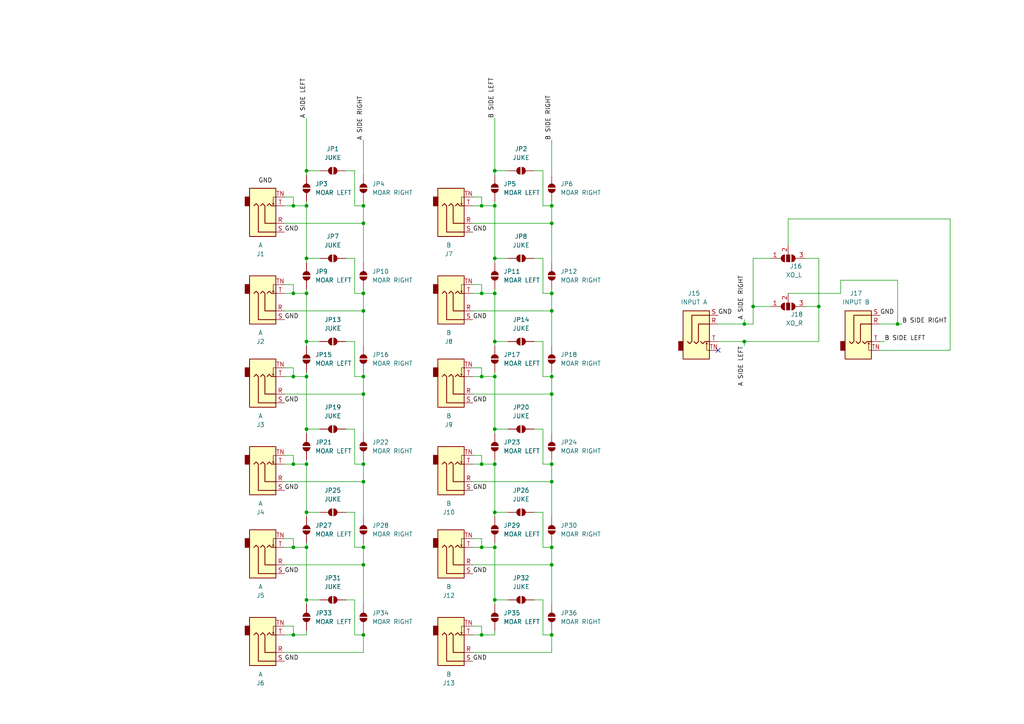
<source format=kicad_sch>
(kicad_sch (version 20231120) (generator "eeschema") (generator_version "8.0")
  (paper "A4")
  (title_block (title "Superstitious Acrobat") (rev "1.0") (company "velvia-fifty") (comment 1 "https://github.com/velvia-fifty/AudioThings") (comment 2 "You should have changed this already :)") (comment 4 "Stay humble"))
  (lib_symbols
    (symbol "Connector_Audio:AudioJack3_SwitchT"
      (property "Reference" "J" (at 0 8.89 0))
      (property "Value" "AudioJack3_SwitchT" (at 0 6.35 0))
      (symbol "AudioJack3_SwitchT_0_1"
        (rectangle (start -5.08 -5.08) (end -6.35 -7.62) (stroke (width 0.254)) (fill (type outline)))
        (polyline (pts (xy 1.778 -5.334) (xy 2.032 -5.842)))
        (polyline (pts (xy 0 -5.08) (xy 0.635 -5.715) (xy 1.27 -5.08) (xy 2.54 -5.08)) (stroke (width 0.254)))
        (polyline (pts (xy 2.54 -7.62) (xy 1.778 -7.62) (xy 1.778 -5.334) (xy 1.524 -5.842)))
        (polyline (pts (xy -1.905 -5.08) (xy -1.27 -5.715) (xy -0.635 -5.08) (xy -0.635 0) (xy 2.54 0)) (stroke (width 0.254)))
        (polyline (pts (xy 2.54 2.54) (xy -2.54 2.54) (xy -2.54 -5.08) (xy -3.175 -5.715) (xy -3.81 -5.08)) (stroke (width 0.254)))
        (rectangle (start 2.54 3.81) (end -5.08 -10.16) (stroke (width 0.254)) (fill (type background)))
      )
      (symbol "AudioJack3_SwitchT_1_1"
        (pin passive line (at 5.08 0 180) (length 2.54) (name "~") (number "R"))
        (pin passive line (at 5.08 2.54 180) (length 2.54) (name "~") (number "S"))
        (pin passive line (at 5.08 -5.08 180) (length 2.54) (name "~") (number "T"))
        (pin passive line (at 5.08 -7.62 180) (length 2.54) (name "~") (number "TN"))
      )
    )
    (symbol "Jumper:SolderJumper_2_Open" (pin_numbers hide) (pin_names (offset 0) hide) (exclude_from_sim yes) (in_bom no)
      (property "Reference" "JP" (at 0 2.032 0))
      (property "Value" "SolderJumper_2_Open" (at 0 -2.54 0))
      (symbol "SolderJumper_2_Open_0_1"
        (arc (start -0.254 1.016) (mid -1.2656 0) (end -0.254 -1.016))
        (arc (start -0.254 1.016) (mid -1.2656 0) (end -0.254 -1.016) (fill (type outline)))
        (polyline (pts (xy -0.254 1.016) (xy -0.254 -1.016)))
        (polyline (pts (xy 0.254 1.016) (xy 0.254 -1.016)))
        (arc (start 0.254 -1.016) (mid 1.2656 0) (end 0.254 1.016))
        (arc (start 0.254 -1.016) (mid 1.2656 0) (end 0.254 1.016) (fill (type outline)))
      )
      (symbol "SolderJumper_2_Open_1_1"
        (pin passive line (at -3.81 0 0) (length 2.54) (name "A") (number "1"))
        (pin passive line (at 3.81 0 180) (length 2.54) (name "B") (number "2"))
      )
    )
    (symbol "Jumper:SolderJumper_3_Open" (pin_names (offset 0) hide) (exclude_from_sim yes) (in_bom no)
      (property "Reference" "JP" (at -2.54 -2.54 0))
      (property "Value" "SolderJumper_3_Open" (at 0 2.794 0))
      (symbol "SolderJumper_3_Open_0_1"
        (arc (start -1.016 1.016) (mid -2.0276 0) (end -1.016 -1.016))
        (arc (start -1.016 1.016) (mid -2.0276 0) (end -1.016 -1.016) (fill (type outline)))
        (rectangle (start -0.508 1.016) (end 0.508 -1.016) (fill (type outline)))
        (polyline (pts (xy -2.54 0) (xy -2.032 0)))
        (polyline (pts (xy -1.016 1.016) (xy -1.016 -1.016)))
        (polyline (pts (xy 0 -1.27) (xy 0 -1.016)))
        (polyline (pts (xy 1.016 1.016) (xy 1.016 -1.016)))
        (polyline (pts (xy 2.54 0) (xy 2.032 0)))
        (arc (start 1.016 -1.016) (mid 2.0276 0) (end 1.016 1.016))
        (arc (start 1.016 -1.016) (mid 2.0276 0) (end 1.016 1.016) (fill (type outline)))
      )
      (symbol "SolderJumper_3_Open_1_1"
        (pin passive line (at -5.08 0 0) (length 2.54) (name "A") (number "1"))
        (pin passive line (at 0 -3.81 90) (length 2.54) (name "C") (number "2"))
        (pin passive line (at 5.08 0 180) (length 2.54) (name "B") (number "3"))
      )
    )
  )
  (junction (at 139.7 134.62))
  (junction (at 105.41 64.77))
  (junction (at 143.51 74.93))
  (junction (at 85.09 134.62))
  (junction (at 160.02 109.22))
  (junction (at 88.9 109.22))
  (junction (at 160.02 59.69))
  (junction (at 88.9 158.75))
  (junction (at 143.51 109.22))
  (junction (at 88.9 173.99))
  (junction (at 139.7 85.09))
  (junction (at 88.9 148.59))
  (junction (at 85.09 85.09))
  (junction (at 139.7 109.22))
  (junction (at 139.7 158.75))
  (junction (at 160.02 139.7))
  (junction (at 88.9 74.93))
  (junction (at 160.02 90.17))
  (junction (at 105.41 59.69))
  (junction (at 160.02 114.3))
  (junction (at 105.41 158.75))
  (junction (at 143.51 99.06))
  (junction (at 143.51 148.59))
  (junction (at 160.02 64.77))
  (junction (at 139.7 59.69))
  (junction (at 143.51 49.53))
  (junction (at 160.02 85.09))
  (junction (at 260.35 93.98))
  (junction (at 160.02 134.62))
  (junction (at 88.9 85.09))
  (junction (at 143.51 158.75))
  (junction (at 143.51 59.69))
  (junction (at 218.44 88.9))
  (junction (at 85.09 184.15))
  (junction (at 88.9 59.69))
  (junction (at 105.41 85.09))
  (junction (at 105.41 90.17))
  (junction (at 143.51 85.09))
  (junction (at 88.9 124.46))
  (junction (at 143.51 173.99))
  (junction (at 85.09 59.69))
  (junction (at 105.41 134.62))
  (junction (at 139.7 184.15))
  (junction (at 237.49 88.9))
  (junction (at 215.9 99.06))
  (junction (at 105.41 109.22))
  (junction (at 160.02 163.83))
  (junction (at 160.02 184.15))
  (junction (at 105.41 163.83))
  (junction (at 143.51 134.62))
  (junction (at 88.9 49.53))
  (junction (at 85.09 109.22))
  (junction (at 105.41 114.3))
  (junction (at 85.09 158.75))
  (junction (at 105.41 139.7))
  (junction (at 88.9 99.06))
  (junction (at 88.9 134.62))
  (junction (at 143.51 124.46))
  (junction (at 105.41 184.15))
  (junction (at 160.02 158.75))
  (junction (at 215.9 93.98))
  (no_connect (at 208.28 101.6))
  (wire (pts (xy 143.51 134.62) (xy 143.51 148.59)))
  (wire (pts (xy 105.41 114.3) (xy 105.41 125.73)))
  (wire (pts (xy 85.09 184.15) (xy 88.9 184.15)))
  (wire (pts (xy 139.7 59.69) (xy 143.51 59.69)))
  (wire (pts (xy 228.6 63.5) (xy 275.59 63.5)))
  (wire (pts (xy 105.41 114.3) (xy 105.41 109.22)))
  (wire (pts (xy 143.51 49.53) (xy 147.32 49.53)))
  (wire (pts (xy 88.9 124.46) (xy 88.9 125.73)))
  (wire (pts (xy 105.41 134.62) (xy 105.41 133.35)))
  (wire (pts (xy 100.33 49.53) (xy 102.87 49.53)))
  (wire (pts (xy 88.9 34.29) (xy 88.9 49.53)))
  (wire (pts (xy 139.7 85.09) (xy 143.51 85.09)))
  (wire (pts (xy 160.02 59.69) (xy 160.02 58.42)))
  (wire (pts (xy 139.7 106.68) (xy 139.7 109.22)))
  (wire (pts (xy 82.55 57.15) (xy 85.09 57.15)))
  (wire (pts (xy 88.9 124.46) (xy 92.71 124.46)))
  (wire (pts (xy 88.9 74.93) (xy 88.9 76.2)))
  (wire (pts (xy 160.02 40.64) (xy 160.02 50.8)))
  (wire (pts (xy 88.9 59.69) (xy 88.9 74.93)))
  (wire (pts (xy 102.87 109.22) (xy 105.41 109.22)))
  (wire (pts (xy 88.9 49.53) (xy 88.9 50.8)))
  (wire (pts (xy 157.48 99.06) (xy 157.48 109.22)))
  (wire (pts (xy 137.16 134.62) (xy 139.7 134.62)))
  (wire (pts (xy 160.02 158.75) (xy 160.02 157.48)))
  (wire (pts (xy 88.9 158.75) (xy 88.9 173.99)))
  (wire (pts (xy 88.9 109.22) (xy 88.9 124.46)))
  (wire (pts (xy 137.16 114.3) (xy 160.02 114.3)))
  (wire (pts (xy 143.51 34.29) (xy 143.51 49.53)))
  (wire (pts (xy 218.44 74.93) (xy 218.44 88.9)))
  (wire (pts (xy 275.59 63.5) (xy 275.59 101.6)))
  (wire (pts (xy 105.41 139.7) (xy 105.41 149.86)))
  (wire (pts (xy 139.7 158.75) (xy 143.51 158.75)))
  (wire (pts (xy 218.44 88.9) (xy 218.44 93.98)))
  (wire (pts (xy 105.41 163.83) (xy 105.41 175.26)))
  (wire (pts (xy 105.41 163.83) (xy 105.41 158.75)))
  (wire (pts (xy 228.6 63.5) (xy 228.6 71.12)))
  (wire (pts (xy 105.41 64.77) (xy 105.41 76.2)))
  (wire (pts (xy 88.9 173.99) (xy 92.71 173.99)))
  (wire (pts (xy 275.59 101.6) (xy 255.27 101.6)))
  (wire (pts (xy 143.51 99.06) (xy 147.32 99.06)))
  (wire (pts (xy 237.49 88.9) (xy 237.49 99.06)))
  (wire (pts (xy 88.9 83.82) (xy 88.9 85.09)))
  (wire (pts (xy 139.7 134.62) (xy 143.51 134.62)))
  (wire (pts (xy 85.09 134.62) (xy 88.9 134.62)))
  (wire (pts (xy 85.09 85.09) (xy 88.9 85.09)))
  (wire (pts (xy 139.7 184.15) (xy 143.51 184.15)))
  (wire (pts (xy 143.51 173.99) (xy 147.32 173.99)))
  (wire (pts (xy 88.9 158.75) (xy 88.9 157.48)))
  (wire (pts (xy 137.16 57.15) (xy 139.7 57.15)))
  (wire (pts (xy 143.51 109.22) (xy 143.51 124.46)))
  (wire (pts (xy 143.51 173.99) (xy 143.51 175.26)))
  (wire (pts (xy 137.16 59.69) (xy 139.7 59.69)))
  (wire (pts (xy 143.51 74.93) (xy 147.32 74.93)))
  (wire (pts (xy 82.55 181.61) (xy 85.09 181.61)))
  (wire (pts (xy 88.9 134.62) (xy 88.9 148.59)))
  (wire (pts (xy 215.9 100.33) (xy 215.9 99.06)))
  (wire (pts (xy 157.48 148.59) (xy 157.48 158.75)))
  (wire (pts (xy 100.33 74.93) (xy 102.87 74.93)))
  (wire (pts (xy 243.84 81.28) (xy 260.35 81.28)))
  (wire (pts (xy 260.35 93.98) (xy 261.62 93.98)))
  (wire (pts (xy 137.16 85.09) (xy 139.7 85.09)))
  (wire (pts (xy 157.48 109.22) (xy 160.02 109.22)))
  (wire (pts (xy 157.48 59.69) (xy 160.02 59.69)))
  (wire (pts (xy 82.55 156.21) (xy 85.09 156.21)))
  (wire (pts (xy 137.16 163.83) (xy 160.02 163.83)))
  (wire (pts (xy 88.9 148.59) (xy 88.9 149.86)))
  (wire (pts (xy 102.87 134.62) (xy 105.41 134.62)))
  (wire (pts (xy 154.94 99.06) (xy 157.48 99.06)))
  (wire (pts (xy 82.55 158.75) (xy 85.09 158.75)))
  (wire (pts (xy 218.44 88.9) (xy 223.52 88.9)))
  (wire (pts (xy 102.87 99.06) (xy 102.87 109.22)))
  (wire (pts (xy 82.55 163.83) (xy 105.41 163.83)))
  (wire (pts (xy 143.51 184.15) (xy 143.51 182.88)))
  (wire (pts (xy 139.7 57.15) (xy 139.7 59.69)))
  (wire (pts (xy 102.87 85.09) (xy 105.41 85.09)))
  (wire (pts (xy 85.09 132.08) (xy 85.09 134.62)))
  (wire (pts (xy 157.48 74.93) (xy 157.48 85.09)))
  (wire (pts (xy 137.16 109.22) (xy 139.7 109.22)))
  (wire (pts (xy 160.02 114.3) (xy 160.02 109.22)))
  (wire (pts (xy 82.55 90.17) (xy 105.41 90.17)))
  (wire (pts (xy 88.9 85.09) (xy 88.9 99.06)))
  (wire (pts (xy 143.51 148.59) (xy 143.51 149.86)))
  (wire (pts (xy 102.87 124.46) (xy 102.87 134.62)))
  (wire (pts (xy 105.41 90.17) (xy 105.41 100.33)))
  (wire (pts (xy 160.02 64.77) (xy 160.02 76.2)))
  (wire (pts (xy 137.16 64.77) (xy 160.02 64.77)))
  (wire (pts (xy 100.33 99.06) (xy 102.87 99.06)))
  (wire (pts (xy 139.7 181.61) (xy 139.7 184.15)))
  (wire (pts (xy 102.87 59.69) (xy 105.41 59.69)))
  (wire (pts (xy 82.55 85.09) (xy 85.09 85.09)))
  (wire (pts (xy 160.02 90.17) (xy 160.02 100.33)))
  (wire (pts (xy 137.16 181.61) (xy 139.7 181.61)))
  (wire (pts (xy 137.16 106.68) (xy 139.7 106.68)))
  (wire (pts (xy 143.51 99.06) (xy 143.51 100.33)))
  (wire (pts (xy 82.55 109.22) (xy 85.09 109.22)))
  (wire (pts (xy 105.41 64.77) (xy 105.41 59.69)))
  (wire (pts (xy 88.9 74.93) (xy 92.71 74.93)))
  (wire (pts (xy 88.9 59.69) (xy 88.9 58.42)))
  (wire (pts (xy 85.09 158.75) (xy 88.9 158.75)))
  (wire (pts (xy 100.33 124.46) (xy 102.87 124.46)))
  (wire (pts (xy 143.51 124.46) (xy 143.51 125.73)))
  (wire (pts (xy 139.7 109.22) (xy 143.51 109.22)))
  (wire (pts (xy 137.16 90.17) (xy 160.02 90.17)))
  (wire (pts (xy 88.9 49.53) (xy 92.71 49.53)))
  (wire (pts (xy 160.02 163.83) (xy 160.02 158.75)))
  (wire (pts (xy 260.35 81.28) (xy 260.35 93.98)))
  (wire (pts (xy 105.41 40.64) (xy 105.41 50.8)))
  (wire (pts (xy 143.51 124.46) (xy 147.32 124.46)))
  (wire (pts (xy 157.48 124.46) (xy 157.48 134.62)))
  (wire (pts (xy 82.55 132.08) (xy 85.09 132.08)))
  (wire (pts (xy 137.16 158.75) (xy 139.7 158.75)))
  (wire (pts (xy 85.09 106.68) (xy 85.09 109.22)))
  (wire (pts (xy 157.48 134.62) (xy 160.02 134.62)))
  (wire (pts (xy 143.51 74.93) (xy 143.51 76.2)))
  (wire (pts (xy 154.94 173.99) (xy 157.48 173.99)))
  (wire (pts (xy 137.16 184.15) (xy 139.7 184.15)))
  (wire (pts (xy 82.55 106.68) (xy 85.09 106.68)))
  (wire (pts (xy 85.09 57.15) (xy 85.09 59.69)))
  (wire (pts (xy 105.41 109.22) (xy 105.41 107.95)))
  (wire (pts (xy 139.7 132.08) (xy 139.7 134.62)))
  (wire (pts (xy 154.94 124.46) (xy 157.48 124.46)))
  (wire (pts (xy 88.9 99.06) (xy 92.71 99.06)))
  (wire (pts (xy 143.51 49.53) (xy 143.51 50.8)))
  (wire (pts (xy 143.51 148.59) (xy 147.32 148.59)))
  (wire (pts (xy 143.51 134.62) (xy 143.51 133.35)))
  (wire (pts (xy 102.87 74.93) (xy 102.87 85.09)))
  (wire (pts (xy 243.84 85.09) (xy 243.84 81.28)))
  (wire (pts (xy 105.41 90.17) (xy 105.41 85.09)))
  (wire (pts (xy 157.48 85.09) (xy 160.02 85.09)))
  (wire (pts (xy 215.9 92.71) (xy 215.9 93.98)))
  (wire (pts (xy 223.52 74.93) (xy 218.44 74.93)))
  (wire (pts (xy 88.9 99.06) (xy 88.9 100.33)))
  (wire (pts (xy 105.41 158.75) (xy 105.41 157.48)))
  (wire (pts (xy 237.49 74.93) (xy 237.49 88.9)))
  (wire (pts (xy 160.02 163.83) (xy 160.02 175.26)))
  (wire (pts (xy 160.02 109.22) (xy 160.02 107.95)))
  (wire (pts (xy 105.41 59.69) (xy 105.41 58.42)))
  (wire (pts (xy 143.51 85.09) (xy 143.51 99.06)))
  (wire (pts (xy 157.48 173.99) (xy 157.48 184.15)))
  (wire (pts (xy 218.44 93.98) (xy 215.9 93.98)))
  (wire (pts (xy 82.55 184.15) (xy 85.09 184.15)))
  (wire (pts (xy 82.55 134.62) (xy 85.09 134.62)))
  (wire (pts (xy 85.09 82.55) (xy 85.09 85.09)))
  (wire (pts (xy 82.55 189.23) (xy 105.41 189.23)))
  (wire (pts (xy 105.41 139.7) (xy 105.41 134.62)))
  (wire (pts (xy 143.51 59.69) (xy 143.51 58.42)))
  (wire (pts (xy 154.94 49.53) (xy 157.48 49.53)))
  (wire (pts (xy 82.55 82.55) (xy 85.09 82.55)))
  (wire (pts (xy 160.02 90.17) (xy 160.02 85.09)))
  (wire (pts (xy 160.02 134.62) (xy 160.02 133.35)))
  (wire (pts (xy 137.16 132.08) (xy 139.7 132.08)))
  (wire (pts (xy 105.41 184.15) (xy 105.41 182.88)))
  (wire (pts (xy 100.33 148.59) (xy 102.87 148.59)))
  (wire (pts (xy 160.02 114.3) (xy 160.02 125.73)))
  (wire (pts (xy 160.02 189.23) (xy 160.02 184.15)))
  (wire (pts (xy 102.87 173.99) (xy 102.87 184.15)))
  (wire (pts (xy 139.7 156.21) (xy 139.7 158.75)))
  (wire (pts (xy 143.51 158.75) (xy 143.51 157.48)))
  (wire (pts (xy 85.09 156.21) (xy 85.09 158.75)))
  (wire (pts (xy 82.55 59.69) (xy 85.09 59.69)))
  (wire (pts (xy 208.28 93.98) (xy 215.9 93.98)))
  (wire (pts (xy 88.9 184.15) (xy 88.9 182.88)))
  (wire (pts (xy 157.48 49.53) (xy 157.48 59.69)))
  (wire (pts (xy 88.9 109.22) (xy 88.9 107.95)))
  (wire (pts (xy 160.02 139.7) (xy 160.02 149.86)))
  (wire (pts (xy 102.87 158.75) (xy 105.41 158.75)))
  (wire (pts (xy 139.7 82.55) (xy 139.7 85.09)))
  (wire (pts (xy 228.6 85.09) (xy 243.84 85.09)))
  (wire (pts (xy 137.16 139.7) (xy 160.02 139.7)))
  (wire (pts (xy 233.68 88.9) (xy 237.49 88.9)))
  (wire (pts (xy 233.68 74.93) (xy 237.49 74.93)))
  (wire (pts (xy 215.9 99.06) (xy 237.49 99.06)))
  (wire (pts (xy 100.33 173.99) (xy 102.87 173.99)))
  (wire (pts (xy 154.94 74.93) (xy 157.48 74.93)))
  (wire (pts (xy 137.16 156.21) (xy 139.7 156.21)))
  (wire (pts (xy 137.16 82.55) (xy 139.7 82.55)))
  (wire (pts (xy 85.09 59.69) (xy 88.9 59.69)))
  (wire (pts (xy 105.41 189.23) (xy 105.41 184.15)))
  (wire (pts (xy 137.16 189.23) (xy 160.02 189.23)))
  (wire (pts (xy 256.54 99.06) (xy 255.27 99.06)))
  (wire (pts (xy 208.28 99.06) (xy 215.9 99.06)))
  (wire (pts (xy 88.9 148.59) (xy 92.71 148.59)))
  (wire (pts (xy 82.55 139.7) (xy 105.41 139.7)))
  (wire (pts (xy 157.48 158.75) (xy 160.02 158.75)))
  (wire (pts (xy 102.87 49.53) (xy 102.87 59.69)))
  (wire (pts (xy 160.02 85.09) (xy 160.02 83.82)))
  (wire (pts (xy 82.55 64.77) (xy 105.41 64.77)))
  (wire (pts (xy 154.94 148.59) (xy 157.48 148.59)))
  (wire (pts (xy 160.02 64.77) (xy 160.02 59.69)))
  (wire (pts (xy 160.02 139.7) (xy 160.02 134.62)))
  (wire (pts (xy 160.02 184.15) (xy 160.02 182.88)))
  (wire (pts (xy 143.51 59.69) (xy 143.51 74.93)))
  (wire (pts (xy 105.41 85.09) (xy 105.41 83.82)))
  (wire (pts (xy 143.51 83.82) (xy 143.51 85.09)))
  (wire (pts (xy 157.48 184.15) (xy 160.02 184.15)))
  (wire (pts (xy 255.27 93.98) (xy 260.35 93.98)))
  (wire (pts (xy 85.09 181.61) (xy 85.09 184.15)))
  (wire (pts (xy 88.9 134.62) (xy 88.9 133.35)))
  (wire (pts (xy 82.55 114.3) (xy 105.41 114.3)))
  (wire (pts (xy 143.51 158.75) (xy 143.51 173.99)))
  (wire (pts (xy 102.87 148.59) (xy 102.87 158.75)))
  (wire (pts (xy 102.87 184.15) (xy 105.41 184.15)))
  (wire (pts (xy 85.09 109.22) (xy 88.9 109.22)))
  (wire (pts (xy 88.9 173.99) (xy 88.9 175.26)))
  (wire (pts (xy 143.51 109.22) (xy 143.51 107.95)))
  (label "A SIDE LEFT" (at 215.9 100.33 270))
  (label "B SIDE RIGHT" (at 160.02 40.64 90))
  (label "GND" (at 82.55 166.37 0))
  (label "GND" (at 82.55 67.31 0))
  (label "GND" (at 137.16 142.24 0))
  (label "GND" (at 137.16 191.77 0))
  (label "GND" (at 137.16 166.37 0))
  (label "GND" (at 137.16 67.31 0))
  (label "B SIDE LEFT" (at 143.51 34.29 90))
  (label "GND" (at 82.55 92.71 0))
  (label "B SIDE RIGHT" (at 261.62 93.98 0))
  (label "GND" (at 137.16 92.71 0))
  (label "GND" (at 208.28 91.44 0))
  (label "B SIDE LEFT" (at 256.54 99.06 0))
  (label "GND" (at 82.55 191.77 0))
  (label "GND" (at 74.93 53.34 0))
  (label "A SIDE RIGHT" (at 215.9 92.71 90))
  (label "A SIDE RIGHT" (at 105.41 40.64 90))
  (label "GND" (at 82.55 116.84 0))
  (label "GND" (at 137.16 116.84 0))
  (label "A SIDE LEFT" (at 88.9 34.29 90))
  (label "GND" (at 82.55 142.24 0))
  (label "GND" (at 255.27 91.44 0))
  (symbol (lib_id "Jumper:SolderJumper_2_Open") (at 160.02 80.01 90) (unit 1) (exclude_from_sim yes) (in_bom no)
    (property "Reference" "JP12" (at 162.56 78.7399 90) (effects (justify right)))
    (property "Value" "MOAR RIGHT" (at 162.56 81.2799 90) (effects (justify right)))
    (property "Footprint" "Jumper:SolderJumper-2_P1.3mm_Open_TrianglePad1.0x1.5mm" (effects (hide yes)))
    (property "Description" "Solder Jumper, 2-pole, open" (effects (hide yes)))
  )
  (symbol (lib_id "Connector_Audio:AudioJack3_SwitchT") (at 250.19 93.98 0) (unit 1)
    (property "Reference" "J17" (at 248.285 85.09 0))
    (property "Value" "INPUT B" (at 248.285 87.63 0))
    (property "Footprint" "AT-Footprints:SMD_STEREO_CUI_SJ-3524-SMT_Horizontal" (effects (hide yes)))
    (property "Description" "Audio Jack, 3 Poles (Stereo / TRS), Switched T Pole (Normalling)" (effects (hide yes)))
  )
  (symbol (lib_id "Jumper:SolderJumper_2_Open") (at 160.02 104.14 90) (unit 1) (exclude_from_sim yes) (in_bom no)
    (property "Reference" "JP18" (at 162.56 102.8699 90) (effects (justify right)))
    (property "Value" "MOAR RIGHT" (at 162.56 105.4099 90) (effects (justify right)))
    (property "Footprint" "Jumper:SolderJumper-2_P1.3mm_Open_TrianglePad1.0x1.5mm" (effects (hide yes)))
    (property "Description" "Solder Jumper, 2-pole, open" (effects (hide yes)))
  )
  (symbol (lib_id "Connector_Audio:AudioJack3_SwitchT") (at 77.47 64.77 0) (mirror x) (unit 1)
    (property "Reference" "J1" (at 75.565 73.66 0))
    (property "Value" "A" (at 75.565 71.12 0))
    (property "Footprint" "AT-Footprints:SMD_STEREO_CUI_SJ-3524-SMT_Horizontal" (effects (hide yes)))
    (property "Description" "Audio Jack, 3 Poles (Stereo / TRS), Switched T Pole (Normalling)" (effects (hide yes)))
  )
  (symbol (lib_id "Connector_Audio:AudioJack3_SwitchT") (at 132.08 139.7 0) (mirror x) (unit 1)
    (property "Reference" "J10" (at 130.175 148.59 0))
    (property "Value" "B" (at 130.175 146.05 0))
    (property "Footprint" "AT-Footprints:SMD_STEREO_CUI_SJ-3524-SMT_Horizontal" (effects (hide yes)))
    (property "Description" "Audio Jack, 3 Poles (Stereo / TRS), Switched T Pole (Normalling)" (effects (hide yes)))
  )
  (symbol (lib_id "Connector_Audio:AudioJack3_SwitchT") (at 132.08 64.77 0) (mirror x) (unit 1)
    (property "Reference" "J7" (at 130.175 73.66 0))
    (property "Value" "B" (at 130.175 71.12 0))
    (property "Footprint" "AT-Footprints:SMD_STEREO_CUI_SJ-3524-SMT_Horizontal" (effects (hide yes)))
    (property "Description" "Audio Jack, 3 Poles (Stereo / TRS), Switched T Pole (Normalling)" (effects (hide yes)))
  )
  (symbol (lib_id "Jumper:SolderJumper_2_Open") (at 96.52 173.99 180) (unit 1) (exclude_from_sim yes) (in_bom no)
    (property "Reference" "JP31" (at 96.52 167.64 0))
    (property "Value" "JUKE" (at 96.52 170.18 0))
    (property "Footprint" "Jumper:SolderJumper-2_P1.3mm_Open_TrianglePad1.0x1.5mm" (effects (hide yes)))
    (property "Description" "Solder Jumper, 2-pole, open" (effects (hide yes)))
  )
  (symbol (lib_id "Jumper:SolderJumper_3_Open") (at 228.6 88.9 0) (mirror x) (unit 1) (exclude_from_sim yes) (in_bom no)
    (property "Reference" "J18" (at 232.918 91.186 0) (effects (justify right)))
    (property "Value" "XO_R" (at 232.918 93.726 0) (effects (justify right)))
    (property "Footprint" "Jumper:SolderJumper-3_P2.0mm_Open_TrianglePad1.0x1.5mm" (effects (hide yes)))
    (property "Description" "Solder Jumper, 3-pole, open" (effects (hide yes)))
  )
  (symbol (lib_id "Jumper:SolderJumper_2_Open") (at 96.52 99.06 180) (unit 1) (exclude_from_sim yes) (in_bom no)
    (property "Reference" "JP13" (at 96.52 92.71 0))
    (property "Value" "JUKE" (at 96.52 95.25 0))
    (property "Footprint" "Jumper:SolderJumper-2_P1.3mm_Open_TrianglePad1.0x1.5mm" (effects (hide yes)))
    (property "Description" "Solder Jumper, 2-pole, open" (effects (hide yes)))
  )
  (symbol (lib_id "Connector_Audio:AudioJack3_SwitchT") (at 77.47 90.17 0) (mirror x) (unit 1)
    (property "Reference" "J2" (at 75.565 99.06 0))
    (property "Value" "A" (at 75.565 96.52 0))
    (property "Footprint" "AT-Footprints:SMD_STEREO_CUI_SJ-3524-SMT_Horizontal" (effects (hide yes)))
    (property "Description" "Audio Jack, 3 Poles (Stereo / TRS), Switched T Pole (Normalling)" (effects (hide yes)))
  )
  (symbol (lib_id "Jumper:SolderJumper_2_Open") (at 151.13 148.59 180) (unit 1) (exclude_from_sim yes) (in_bom no)
    (property "Reference" "JP26" (at 151.13 142.24 0))
    (property "Value" "JUKE" (at 151.13 144.78 0))
    (property "Footprint" "Jumper:SolderJumper-2_P1.3mm_Open_TrianglePad1.0x1.5mm" (effects (hide yes)))
    (property "Description" "Solder Jumper, 2-pole, open" (effects (hide yes)))
  )
  (symbol (lib_id "Jumper:SolderJumper_2_Open") (at 105.41 129.54 90) (unit 1) (exclude_from_sim yes) (in_bom no)
    (property "Reference" "JP22" (at 107.95 128.2699 90) (effects (justify right)))
    (property "Value" "MOAR RIGHT" (at 107.95 130.8099 90) (effects (justify right)))
    (property "Footprint" "Jumper:SolderJumper-2_P1.3mm_Open_TrianglePad1.0x1.5mm" (effects (hide yes)))
    (property "Description" "Solder Jumper, 2-pole, open" (effects (hide yes)))
  )
  (symbol (lib_id "Jumper:SolderJumper_2_Open") (at 143.51 179.07 90) (unit 1) (exclude_from_sim yes) (in_bom no)
    (property "Reference" "JP35" (at 146.05 177.7999 90) (effects (justify right)))
    (property "Value" "MOAR LEFT" (at 146.05 180.3399 90) (effects (justify right)))
    (property "Footprint" "Jumper:SolderJumper-2_P1.3mm_Open_TrianglePad1.0x1.5mm" (effects (hide yes)))
    (property "Description" "Solder Jumper, 2-pole, open" (effects (hide yes)))
  )
  (symbol (lib_id "Jumper:SolderJumper_2_Open") (at 96.52 74.93 180) (unit 1) (exclude_from_sim yes) (in_bom no)
    (property "Reference" "JP7" (at 96.52 68.58 0))
    (property "Value" "JUKE" (at 96.52 71.12 0))
    (property "Footprint" "Jumper:SolderJumper-2_P1.3mm_Open_TrianglePad1.0x1.5mm" (effects (hide yes)))
    (property "Description" "Solder Jumper, 2-pole, open" (effects (hide yes)))
  )
  (symbol (lib_id "Jumper:SolderJumper_2_Open") (at 88.9 179.07 90) (unit 1) (exclude_from_sim yes) (in_bom no)
    (property "Reference" "JP33" (at 91.44 177.7999 90) (effects (justify right)))
    (property "Value" "MOAR LEFT" (at 91.44 180.3399 90) (effects (justify right)))
    (property "Footprint" "Jumper:SolderJumper-2_P1.3mm_Open_TrianglePad1.0x1.5mm" (effects (hide yes)))
    (property "Description" "Solder Jumper, 2-pole, open" (effects (hide yes)))
  )
  (symbol (lib_id "Connector_Audio:AudioJack3_SwitchT") (at 77.47 189.23 0) (mirror x) (unit 1)
    (property "Reference" "J6" (at 75.565 198.12 0))
    (property "Value" "A" (at 75.565 195.58 0))
    (property "Footprint" "AT-Footprints:SMD_STEREO_CUI_SJ-3524-SMT_Horizontal" (effects (hide yes)))
    (property "Description" "Audio Jack, 3 Poles (Stereo / TRS), Switched T Pole (Normalling)" (effects (hide yes)))
  )
  (symbol (lib_id "Jumper:SolderJumper_2_Open") (at 96.52 148.59 180) (unit 1) (exclude_from_sim yes) (in_bom no)
    (property "Reference" "JP25" (at 96.52 142.24 0))
    (property "Value" "JUKE" (at 96.52 144.78 0))
    (property "Footprint" "Jumper:SolderJumper-2_P1.3mm_Open_TrianglePad1.0x1.5mm" (effects (hide yes)))
    (property "Description" "Solder Jumper, 2-pole, open" (effects (hide yes)))
  )
  (symbol (lib_id "Jumper:SolderJumper_2_Open") (at 143.51 80.01 90) (unit 1) (exclude_from_sim yes) (in_bom no)
    (property "Reference" "JP11" (at 146.05 78.7399 90) (effects (justify right)))
    (property "Value" "MOAR LEFT" (at 146.05 81.2799 90) (effects (justify right)))
    (property "Footprint" "Jumper:SolderJumper-2_P1.3mm_Open_TrianglePad1.0x1.5mm" (effects (hide yes)))
    (property "Description" "Solder Jumper, 2-pole, open" (effects (hide yes)))
  )
  (symbol (lib_id "Connector_Audio:AudioJack3_SwitchT") (at 132.08 163.83 0) (mirror x) (unit 1)
    (property "Reference" "J12" (at 130.175 172.72 0))
    (property "Value" "B" (at 130.175 170.18 0))
    (property "Footprint" "AT-Footprints:SMD_STEREO_CUI_SJ-3524-SMT_Horizontal" (effects (hide yes)))
    (property "Description" "Audio Jack, 3 Poles (Stereo / TRS), Switched T Pole (Normalling)" (effects (hide yes)))
  )
  (symbol (lib_id "Jumper:SolderJumper_2_Open") (at 88.9 80.01 90) (unit 1) (exclude_from_sim yes) (in_bom no)
    (property "Reference" "JP9" (at 91.44 78.7399 90) (effects (justify right)))
    (property "Value" "MOAR LEFT" (at 91.44 81.2799 90) (effects (justify right)))
    (property "Footprint" "Jumper:SolderJumper-2_P1.3mm_Open_TrianglePad1.0x1.5mm" (effects (hide yes)))
    (property "Description" "Solder Jumper, 2-pole, open" (effects (hide yes)))
  )
  (symbol (lib_id "Connector_Audio:AudioJack3_SwitchT") (at 77.47 139.7 0) (mirror x) (unit 1)
    (property "Reference" "J4" (at 75.565 148.59 0))
    (property "Value" "A" (at 75.565 146.05 0))
    (property "Footprint" "AT-Footprints:SMD_STEREO_CUI_SJ-3524-SMT_Horizontal" (effects (hide yes)))
    (property "Description" "Audio Jack, 3 Poles (Stereo / TRS), Switched T Pole (Normalling)" (effects (hide yes)))
  )
  (symbol (lib_id "Jumper:SolderJumper_2_Open") (at 105.41 179.07 90) (unit 1) (exclude_from_sim yes) (in_bom no)
    (property "Reference" "JP34" (at 107.95 177.7999 90) (effects (justify right)))
    (property "Value" "MOAR RIGHT" (at 107.95 180.3399 90) (effects (justify right)))
    (property "Footprint" "Jumper:SolderJumper-2_P1.3mm_Open_TrianglePad1.0x1.5mm" (effects (hide yes)))
    (property "Description" "Solder Jumper, 2-pole, open" (effects (hide yes)))
  )
  (symbol (lib_id "Jumper:SolderJumper_2_Open") (at 96.52 124.46 180) (unit 1) (exclude_from_sim yes) (in_bom no)
    (property "Reference" "JP19" (at 96.52 118.11 0))
    (property "Value" "JUKE" (at 96.52 120.65 0))
    (property "Footprint" "Jumper:SolderJumper-2_P1.3mm_Open_TrianglePad1.0x1.5mm" (effects (hide yes)))
    (property "Description" "Solder Jumper, 2-pole, open" (effects (hide yes)))
  )
  (symbol (lib_id "Jumper:SolderJumper_2_Open") (at 160.02 54.61 90) (unit 1) (exclude_from_sim yes) (in_bom no)
    (property "Reference" "JP6" (at 162.56 53.3399 90) (effects (justify right)))
    (property "Value" "MOAR RIGHT" (at 162.56 55.8799 90) (effects (justify right)))
    (property "Footprint" "Jumper:SolderJumper-2_P1.3mm_Open_TrianglePad1.0x1.5mm" (effects (hide yes)))
    (property "Description" "Solder Jumper, 2-pole, open" (effects (hide yes)))
  )
  (symbol (lib_id "Connector_Audio:AudioJack3_SwitchT") (at 77.47 114.3 0) (mirror x) (unit 1)
    (property "Reference" "J3" (at 75.565 123.19 0))
    (property "Value" "A" (at 75.565 120.65 0))
    (property "Footprint" "AT-Footprints:SMD_STEREO_CUI_SJ-3524-SMT_Horizontal" (effects (hide yes)))
    (property "Description" "Audio Jack, 3 Poles (Stereo / TRS), Switched T Pole (Normalling)" (effects (hide yes)))
  )
  (symbol (lib_id "Jumper:SolderJumper_2_Open") (at 143.51 104.14 90) (unit 1) (exclude_from_sim yes) (in_bom no)
    (property "Reference" "JP17" (at 146.05 102.8699 90) (effects (justify right)))
    (property "Value" "MOAR LEFT" (at 146.05 105.4099 90) (effects (justify right)))
    (property "Footprint" "Jumper:SolderJumper-2_P1.3mm_Open_TrianglePad1.0x1.5mm" (effects (hide yes)))
    (property "Description" "Solder Jumper, 2-pole, open" (effects (hide yes)))
  )
  (symbol (lib_id "Jumper:SolderJumper_2_Open") (at 160.02 153.67 90) (unit 1) (exclude_from_sim yes) (in_bom no)
    (property "Reference" "JP30" (at 162.56 152.3999 90) (effects (justify right)))
    (property "Value" "MOAR RIGHT" (at 162.56 154.9399 90) (effects (justify right)))
    (property "Footprint" "Jumper:SolderJumper-2_P1.3mm_Open_TrianglePad1.0x1.5mm" (effects (hide yes)))
    (property "Description" "Solder Jumper, 2-pole, open" (effects (hide yes)))
  )
  (symbol (lib_id "Jumper:SolderJumper_2_Open") (at 151.13 49.53 180) (unit 1) (exclude_from_sim yes) (in_bom no)
    (property "Reference" "JP2" (at 151.13 43.18 0))
    (property "Value" "JUKE" (at 151.13 45.72 0))
    (property "Footprint" "Jumper:SolderJumper-2_P1.3mm_Open_TrianglePad1.0x1.5mm" (effects (hide yes)))
    (property "Description" "Solder Jumper, 2-pole, open" (effects (hide yes)))
  )
  (symbol (lib_id "Jumper:SolderJumper_2_Open") (at 143.51 54.61 90) (unit 1) (exclude_from_sim yes) (in_bom no)
    (property "Reference" "JP5" (at 146.05 53.3399 90) (effects (justify right)))
    (property "Value" "MOAR LEFT" (at 146.05 55.8799 90) (effects (justify right)))
    (property "Footprint" "Jumper:SolderJumper-2_P1.3mm_Open_TrianglePad1.0x1.5mm" (effects (hide yes)))
    (property "Description" "Solder Jumper, 2-pole, open" (effects (hide yes)))
  )
  (symbol (lib_id "Jumper:SolderJumper_2_Open") (at 96.52 49.53 180) (unit 1) (exclude_from_sim yes) (in_bom no)
    (property "Reference" "JP1" (at 96.52 43.18 0))
    (property "Value" "JUKE" (at 96.52 45.72 0))
    (property "Footprint" "Jumper:SolderJumper-2_P1.3mm_Open_TrianglePad1.0x1.5mm" (effects (hide yes)))
    (property "Description" "Solder Jumper, 2-pole, open" (effects (hide yes)))
  )
  (symbol (lib_id "Jumper:SolderJumper_2_Open") (at 88.9 153.67 90) (unit 1) (exclude_from_sim yes) (in_bom no)
    (property "Reference" "JP27" (at 91.44 152.3999 90) (effects (justify right)))
    (property "Value" "MOAR LEFT" (at 91.44 154.9399 90) (effects (justify right)))
    (property "Footprint" "Jumper:SolderJumper-2_P1.3mm_Open_TrianglePad1.0x1.5mm" (effects (hide yes)))
    (property "Description" "Solder Jumper, 2-pole, open" (effects (hide yes)))
  )
  (symbol (lib_id "Jumper:SolderJumper_2_Open") (at 143.51 153.67 90) (unit 1) (exclude_from_sim yes) (in_bom no)
    (property "Reference" "JP29" (at 146.05 152.3999 90) (effects (justify right)))
    (property "Value" "MOAR LEFT" (at 146.05 154.9399 90) (effects (justify right)))
    (property "Footprint" "Jumper:SolderJumper-2_P1.3mm_Open_TrianglePad1.0x1.5mm" (effects (hide yes)))
    (property "Description" "Solder Jumper, 2-pole, open" (effects (hide yes)))
  )
  (symbol (lib_id "Jumper:SolderJumper_2_Open") (at 88.9 129.54 90) (unit 1) (exclude_from_sim yes) (in_bom no)
    (property "Reference" "JP21" (at 91.44 128.2699 90) (effects (justify right)))
    (property "Value" "MOAR LEFT" (at 91.44 130.8099 90) (effects (justify right)))
    (property "Footprint" "Jumper:SolderJumper-2_P1.3mm_Open_TrianglePad1.0x1.5mm" (effects (hide yes)))
    (property "Description" "Solder Jumper, 2-pole, open" (effects (hide yes)))
  )
  (symbol (lib_id "Connector_Audio:AudioJack3_SwitchT") (at 132.08 114.3 0) (mirror x) (unit 1)
    (property "Reference" "J9" (at 130.175 123.19 0))
    (property "Value" "B" (at 130.175 120.65 0))
    (property "Footprint" "AT-Footprints:SMD_STEREO_CUI_SJ-3524-SMT_Horizontal" (effects (hide yes)))
    (property "Description" "Audio Jack, 3 Poles (Stereo / TRS), Switched T Pole (Normalling)" (effects (hide yes)))
  )
  (symbol (lib_id "Connector_Audio:AudioJack3_SwitchT") (at 132.08 189.23 0) (mirror x) (unit 1)
    (property "Reference" "J13" (at 130.175 198.12 0))
    (property "Value" "B" (at 130.175 195.58 0))
    (property "Footprint" "AT-Footprints:SMD_STEREO_CUI_SJ-3524-SMT_Horizontal" (effects (hide yes)))
    (property "Description" "Audio Jack, 3 Poles (Stereo / TRS), Switched T Pole (Normalling)" (effects (hide yes)))
  )
  (symbol (lib_id "Jumper:SolderJumper_2_Open") (at 88.9 104.14 90) (unit 1) (exclude_from_sim yes) (in_bom no)
    (property "Reference" "JP15" (at 91.44 102.8699 90) (effects (justify right)))
    (property "Value" "MOAR LEFT" (at 91.44 105.4099 90) (effects (justify right)))
    (property "Footprint" "Jumper:SolderJumper-2_P1.3mm_Open_TrianglePad1.0x1.5mm" (effects (hide yes)))
    (property "Description" "Solder Jumper, 2-pole, open" (effects (hide yes)))
  )
  (symbol (lib_id "Jumper:SolderJumper_2_Open") (at 151.13 74.93 180) (unit 1) (exclude_from_sim yes) (in_bom no)
    (property "Reference" "JP8" (at 151.13 68.58 0))
    (property "Value" "JUKE" (at 151.13 71.12 0))
    (property "Footprint" "Jumper:SolderJumper-2_P1.3mm_Open_TrianglePad1.0x1.5mm" (effects (hide yes)))
    (property "Description" "Solder Jumper, 2-pole, open" (effects (hide yes)))
  )
  (symbol (lib_id "Jumper:SolderJumper_3_Open") (at 228.6 74.93 0) (mirror x) (unit 1) (exclude_from_sim yes) (in_bom no)
    (property "Reference" "J16" (at 232.664 77.216 0) (effects (justify right)))
    (property "Value" "XO_L" (at 232.664 79.756 0) (effects (justify right)))
    (property "Footprint" "Jumper:SolderJumper-3_P2.0mm_Open_TrianglePad1.0x1.5mm" (effects (hide yes)))
    (property "Description" "Solder Jumper, 3-pole, open" (effects (hide yes)))
  )
  (symbol (lib_id "Jumper:SolderJumper_2_Open") (at 151.13 173.99 180) (unit 1) (exclude_from_sim yes) (in_bom no)
    (property "Reference" "JP32" (at 151.13 167.64 0))
    (property "Value" "JUKE" (at 151.13 170.18 0))
    (property "Footprint" "Jumper:SolderJumper-2_P1.3mm_Open_TrianglePad1.0x1.5mm" (effects (hide yes)))
    (property "Description" "Solder Jumper, 2-pole, open" (effects (hide yes)))
  )
  (symbol (lib_id "Jumper:SolderJumper_2_Open") (at 151.13 124.46 180) (unit 1) (exclude_from_sim yes) (in_bom no)
    (property "Reference" "JP20" (at 151.13 118.11 0))
    (property "Value" "JUKE" (at 151.13 120.65 0))
    (property "Footprint" "Jumper:SolderJumper-2_P1.3mm_Open_TrianglePad1.0x1.5mm" (effects (hide yes)))
    (property "Description" "Solder Jumper, 2-pole, open" (effects (hide yes)))
  )
  (symbol (lib_id "Connector_Audio:AudioJack3_SwitchT") (at 77.47 163.83 0) (mirror x) (unit 1)
    (property "Reference" "J5" (at 75.565 172.72 0))
    (property "Value" "A" (at 75.565 170.18 0))
    (property "Footprint" "AT-Footprints:SMD_STEREO_CUI_SJ-3524-SMT_Horizontal" (effects (hide yes)))
    (property "Description" "Audio Jack, 3 Poles (Stereo / TRS), Switched T Pole (Normalling)" (effects (hide yes)))
  )
  (symbol (lib_id "Jumper:SolderJumper_2_Open") (at 105.41 80.01 90) (unit 1) (exclude_from_sim yes) (in_bom no)
    (property "Reference" "JP10" (at 107.95 78.7399 90) (effects (justify right)))
    (property "Value" "MOAR RIGHT" (at 107.95 81.2799 90) (effects (justify right)))
    (property "Footprint" "Jumper:SolderJumper-2_P1.3mm_Open_TrianglePad1.0x1.5mm" (effects (hide yes)))
    (property "Description" "Solder Jumper, 2-pole, open" (effects (hide yes)))
  )
  (symbol (lib_id "Jumper:SolderJumper_2_Open") (at 105.41 104.14 90) (unit 1) (exclude_from_sim yes) (in_bom no)
    (property "Reference" "JP16" (at 107.95 102.8699 90) (effects (justify right)))
    (property "Value" "MOAR RIGHT" (at 107.95 105.4099 90) (effects (justify right)))
    (property "Footprint" "Jumper:SolderJumper-2_P1.3mm_Open_TrianglePad1.0x1.5mm" (effects (hide yes)))
    (property "Description" "Solder Jumper, 2-pole, open" (effects (hide yes)))
  )
  (symbol (lib_id "Connector_Audio:AudioJack3_SwitchT") (at 132.08 90.17 0) (mirror x) (unit 1)
    (property "Reference" "J8" (at 130.175 99.06 0))
    (property "Value" "B" (at 130.175 96.52 0))
    (property "Footprint" "AT-Footprints:SMD_STEREO_CUI_SJ-3524-SMT_Horizontal" (effects (hide yes)))
    (property "Description" "Audio Jack, 3 Poles (Stereo / TRS), Switched T Pole (Normalling)" (effects (hide yes)))
  )
  (symbol (lib_id "Jumper:SolderJumper_2_Open") (at 160.02 129.54 90) (unit 1) (exclude_from_sim yes) (in_bom no)
    (property "Reference" "JP24" (at 162.56 128.2699 90) (effects (justify right)))
    (property "Value" "MOAR RIGHT" (at 162.56 130.8099 90) (effects (justify right)))
    (property "Footprint" "Jumper:SolderJumper-2_P1.3mm_Open_TrianglePad1.0x1.5mm" (effects (hide yes)))
    (property "Description" "Solder Jumper, 2-pole, open" (effects (hide yes)))
  )
  (symbol (lib_id "Connector_Audio:AudioJack3_SwitchT") (at 203.2 93.98 0) (unit 1)
    (property "Reference" "J15" (at 201.295 85.09 0))
    (property "Value" "INPUT A" (at 201.295 87.63 0))
    (property "Footprint" "AT-Footprints:SMD_STEREO_CUI_SJ-3524-SMT_Horizontal" (effects (hide yes)))
    (property "Description" "Audio Jack, 3 Poles (Stereo / TRS), Switched T Pole (Normalling)" (effects (hide yes)))
  )
  (symbol (lib_id "Jumper:SolderJumper_2_Open") (at 105.41 54.61 90) (unit 1) (exclude_from_sim yes) (in_bom no)
    (property "Reference" "JP4" (at 107.95 53.3399 90) (effects (justify right)))
    (property "Value" "MOAR RIGHT" (at 107.95 55.8799 90) (effects (justify right)))
    (property "Footprint" "Jumper:SolderJumper-2_P1.3mm_Open_TrianglePad1.0x1.5mm" (effects (hide yes)))
    (property "Description" "Solder Jumper, 2-pole, open" (effects (hide yes)))
  )
  (symbol (lib_id "Jumper:SolderJumper_2_Open") (at 160.02 179.07 90) (unit 1) (exclude_from_sim yes) (in_bom no)
    (property "Reference" "JP36" (at 162.56 177.7999 90) (effects (justify right)))
    (property "Value" "MOAR RIGHT" (at 162.56 180.3399 90) (effects (justify right)))
    (property "Footprint" "Jumper:SolderJumper-2_P1.3mm_Open_TrianglePad1.0x1.5mm" (effects (hide yes)))
    (property "Description" "Solder Jumper, 2-pole, open" (effects (hide yes)))
  )
  (symbol (lib_id "Jumper:SolderJumper_2_Open") (at 143.51 129.54 90) (unit 1) (exclude_from_sim yes) (in_bom no)
    (property "Reference" "JP23" (at 146.05 128.2699 90) (effects (justify right)))
    (property "Value" "MOAR LEFT" (at 146.05 130.8099 90) (effects (justify right)))
    (property "Footprint" "Jumper:SolderJumper-2_P1.3mm_Open_TrianglePad1.0x1.5mm" (effects (hide yes)))
    (property "Description" "Solder Jumper, 2-pole, open" (effects (hide yes)))
  )
  (symbol (lib_id "Jumper:SolderJumper_2_Open") (at 151.13 99.06 180) (unit 1) (exclude_from_sim yes) (in_bom no)
    (property "Reference" "JP14" (at 151.13 92.71 0))
    (property "Value" "JUKE" (at 151.13 95.25 0))
    (property "Footprint" "Jumper:SolderJumper-2_P1.3mm_Open_TrianglePad1.0x1.5mm" (effects (hide yes)))
    (property "Description" "Solder Jumper, 2-pole, open" (effects (hide yes)))
  )
  (symbol (lib_id "Jumper:SolderJumper_2_Open") (at 105.41 153.67 90) (unit 1) (exclude_from_sim yes) (in_bom no)
    (property "Reference" "JP28" (at 107.95 152.3999 90) (effects (justify right)))
    (property "Value" "MOAR RIGHT" (at 107.95 154.9399 90) (effects (justify right)))
    (property "Footprint" "Jumper:SolderJumper-2_P1.3mm_Open_TrianglePad1.0x1.5mm" (effects (hide yes)))
    (property "Description" "Solder Jumper, 2-pole, open" (effects (hide yes)))
  )
  (symbol (lib_id "Jumper:SolderJumper_2_Open") (at 88.9 54.61 90) (unit 1) (exclude_from_sim yes) (in_bom no)
    (property "Reference" "JP3" (at 91.44 53.3399 90) (effects (justify right)))
    (property "Value" "MOAR LEFT" (at 91.44 55.8799 90) (effects (justify right)))
    (property "Footprint" "Jumper:SolderJumper-2_P1.3mm_Open_TrianglePad1.0x1.5mm" (effects (hide yes)))
    (property "Description" "Solder Jumper, 2-pole, open" (effects (hide yes)))
  )
)
</source>
